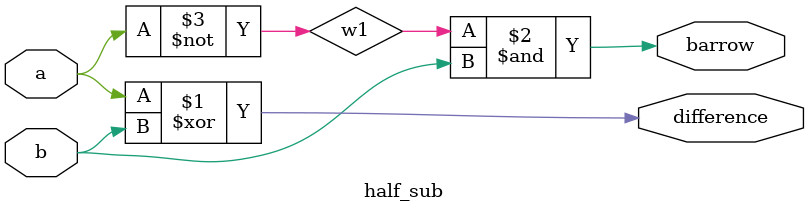
<source format=v>
`timescale 1ns / 1ps


module half_sub( input a,b,
output barrow,difference);
wire w1;
xor x1(difference,a,b);
not n1(w1,a);
and a1(barrow,w1,b);
endmodule

</source>
